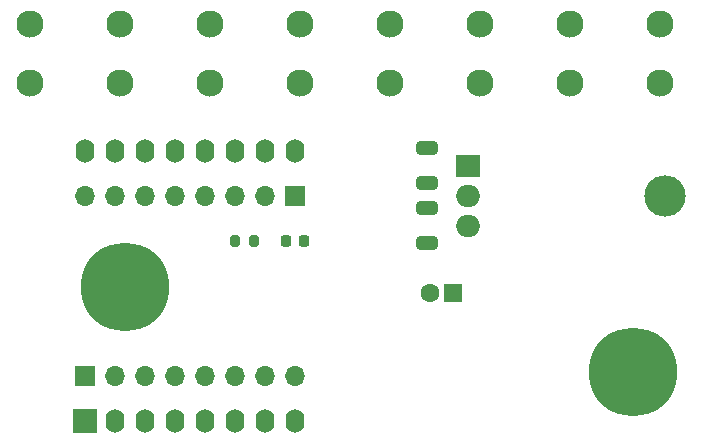
<source format=gts>
%TF.GenerationSoftware,KiCad,Pcbnew,6.0.4-6f826c9f35~116~ubuntu18.04.1*%
%TF.CreationDate,2022-09-04T19:01:58+02:00*%
%TF.ProjectId,WS2815_D1Mini,57533238-3135-45f4-9431-4d696e692e6b,rev?*%
%TF.SameCoordinates,Original*%
%TF.FileFunction,Soldermask,Top*%
%TF.FilePolarity,Negative*%
%FSLAX46Y46*%
G04 Gerber Fmt 4.6, Leading zero omitted, Abs format (unit mm)*
G04 Created by KiCad (PCBNEW 6.0.4-6f826c9f35~116~ubuntu18.04.1) date 2022-09-04 19:01:58*
%MOMM*%
%LPD*%
G01*
G04 APERTURE LIST*
G04 Aperture macros list*
%AMRoundRect*
0 Rectangle with rounded corners*
0 $1 Rounding radius*
0 $2 $3 $4 $5 $6 $7 $8 $9 X,Y pos of 4 corners*
0 Add a 4 corners polygon primitive as box body*
4,1,4,$2,$3,$4,$5,$6,$7,$8,$9,$2,$3,0*
0 Add four circle primitives for the rounded corners*
1,1,$1+$1,$2,$3*
1,1,$1+$1,$4,$5*
1,1,$1+$1,$6,$7*
1,1,$1+$1,$8,$9*
0 Add four rect primitives between the rounded corners*
20,1,$1+$1,$2,$3,$4,$5,0*
20,1,$1+$1,$4,$5,$6,$7,0*
20,1,$1+$1,$6,$7,$8,$9,0*
20,1,$1+$1,$8,$9,$2,$3,0*%
G04 Aperture macros list end*
%ADD10C,2.300000*%
%ADD11R,1.600000X1.600000*%
%ADD12C,1.600000*%
%ADD13C,7.500000*%
%ADD14R,2.000000X2.000000*%
%ADD15O,1.600000X2.000000*%
%ADD16RoundRect,0.250000X-0.650000X0.325000X-0.650000X-0.325000X0.650000X-0.325000X0.650000X0.325000X0*%
%ADD17RoundRect,0.200000X0.200000X0.275000X-0.200000X0.275000X-0.200000X-0.275000X0.200000X-0.275000X0*%
%ADD18RoundRect,0.225000X0.225000X0.250000X-0.225000X0.250000X-0.225000X-0.250000X0.225000X-0.250000X0*%
%ADD19O,3.500000X3.500000*%
%ADD20R,2.000000X1.905000*%
%ADD21O,2.000000X1.905000*%
%ADD22R,1.700000X1.700000*%
%ADD23O,1.700000X1.700000*%
%ADD24RoundRect,0.250000X0.650000X-0.325000X0.650000X0.325000X-0.650000X0.325000X-0.650000X-0.325000X0*%
G04 APERTURE END LIST*
D10*
%TO.C,J14*%
X129610000Y-64730000D03*
X129610000Y-59730000D03*
X121990000Y-59730000D03*
X121990000Y-64730000D03*
X114370000Y-59730000D03*
X114370000Y-64730000D03*
X106750000Y-59730000D03*
X106750000Y-64730000D03*
%TD*%
D11*
%TO.C,C1*%
X142560113Y-82550000D03*
D12*
X140560113Y-82550000D03*
%TD*%
D13*
%TO.C,H1*%
X157750000Y-89250000D03*
%TD*%
D14*
%TO.C,U1*%
X111380000Y-93345000D03*
D15*
X113920000Y-93345000D03*
X116460000Y-93345000D03*
X119000000Y-93345000D03*
X121540000Y-93345000D03*
X124080000Y-93345000D03*
X126620000Y-93345000D03*
X129160000Y-93345000D03*
X129160000Y-70485000D03*
X126620000Y-70485000D03*
X124080000Y-70485000D03*
X121540000Y-70485000D03*
X119000000Y-70485000D03*
X116460000Y-70485000D03*
X113920000Y-70485000D03*
X111380000Y-70485000D03*
%TD*%
D16*
%TO.C,C2*%
X140335000Y-70280000D03*
X140335000Y-73230000D03*
%TD*%
D13*
%TO.C,H3*%
X114808000Y-82000000D03*
%TD*%
D10*
%TO.C,J13*%
X160090000Y-64730000D03*
X160090000Y-59730000D03*
X152470000Y-64730000D03*
X152470000Y-59730000D03*
X144850000Y-64730000D03*
X144850000Y-59730000D03*
X137230000Y-64730000D03*
X137230000Y-59730000D03*
%TD*%
D17*
%TO.C,R1*%
X125730000Y-78105000D03*
X124080000Y-78105000D03*
%TD*%
D18*
%TO.C,C4*%
X129935000Y-78105000D03*
X128385000Y-78105000D03*
%TD*%
D19*
%TO.C,U2*%
X160465000Y-74295000D03*
D20*
X143805000Y-71755000D03*
D21*
X143805000Y-74295000D03*
X143805000Y-76835000D03*
%TD*%
D22*
%TO.C,J2*%
X129160000Y-74295000D03*
D23*
X126620000Y-74295000D03*
X124080000Y-74295000D03*
X121540000Y-74295000D03*
X119000000Y-74295000D03*
X116460000Y-74295000D03*
X113920000Y-74295000D03*
X111380000Y-74295000D03*
%TD*%
D24*
%TO.C,C3*%
X140335000Y-78310000D03*
X140335000Y-75360000D03*
%TD*%
D22*
%TO.C,J1*%
X111380000Y-89535000D03*
D23*
X113920000Y-89535000D03*
X116460000Y-89535000D03*
X119000000Y-89535000D03*
X121540000Y-89535000D03*
X124080000Y-89535000D03*
X126620000Y-89535000D03*
X129160000Y-89535000D03*
%TD*%
M02*

</source>
